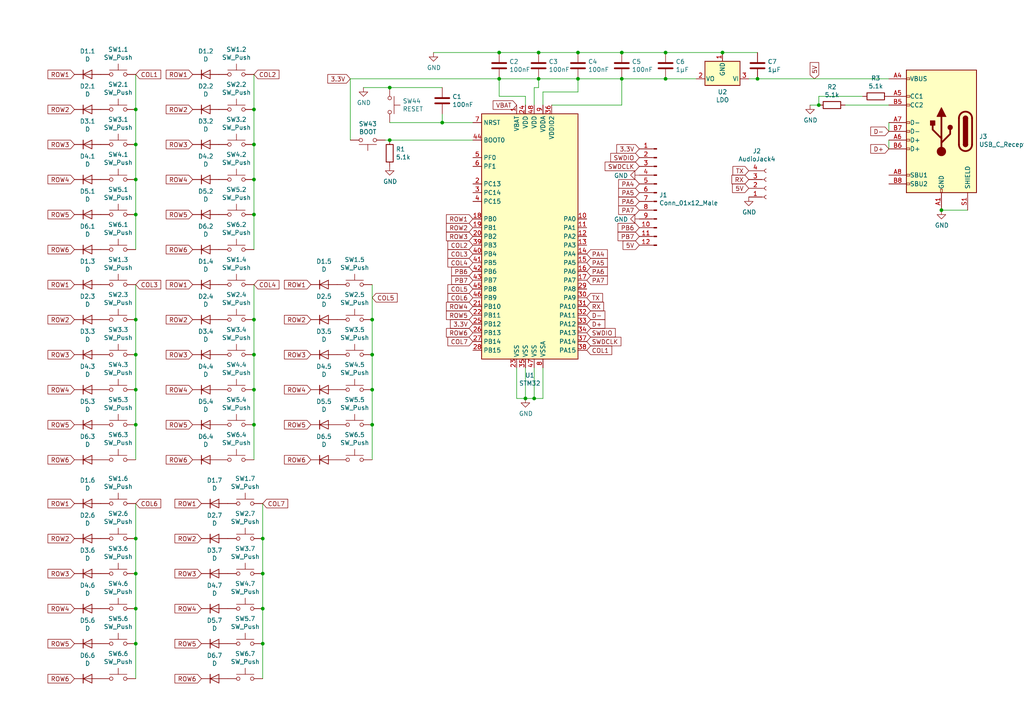
<source format=kicad_sch>
(kicad_sch (version 20211123) (generator eeschema)
  (paper "A4")
  (lib_symbols
    (symbol "left-rescue:1N4148WS-Diode" (pin_numbers hide) (pin_names (offset 1.016) hide)
      (property "Reference" "D" (at 0 2.54 0))
      (property "Value" "1N4148WS-Diode" (at 0 -2.54 0))
      (symbol "1N4148WS-Diode_1_1"
        (pin passive line (at -3.81 0 0) (length 2.54) (name "K") (number "1"))
        (pin passive line (at 3.81 0 180) (length 2.54) (name "A") (number "2"))
      )
    )
    (symbol "left-rescue:SW_Push-Switch" (pin_numbers hide) (pin_names (offset 1.016) hide)
      (property "Reference" "SW" (at 1.27 2.54 0))
      (property "Value" "SW_Push-Switch" (at 0 -1.524 0))
      (symbol "SW_Push-Switch_0_1"
        (pin passive line (at -5.08 0 0) (length 2.54) (name "1") (number "1"))
        (pin passive line (at 5.08 0 180) (length 2.54) (name "2") (number "2"))
      )
    )
    (symbol "right-rescue:C-Device" (pin_numbers hide) (pin_names (offset 0.254))
      (property "Reference" "C" (at 0.635 2.54 0))
      (property "Value" "C-Device" (at 0.635 -2.54 0))
      (symbol "C-Device_1_1"
        (pin passive line (at 0 3.81 270) (length 2.794) (name "~") (number "1"))
        (pin passive line (at 0 -3.81 90) (length 2.794) (name "~") (number "2"))
      )
    )
    (symbol "right-rescue:Conn_01x04_Female-Connector" (pin_names (offset 1.016) hide)
      (property "Reference" "J" (at 0 5.08 0))
      (property "Value" "Conn_01x04_Female-Connector" (at 0 -7.62 0))
      (symbol "Conn_01x04_Female-Connector_1_1"
        (pin passive line (at -5.08 2.54 0) (length 3.81) (name "Pin_1") (number "1"))
        (pin passive line (at -5.08 0 0) (length 3.81) (name "Pin_2") (number "2"))
        (pin passive line (at -5.08 -2.54 0) (length 3.81) (name "Pin_3") (number "3"))
        (pin passive line (at -5.08 -5.08 0) (length 3.81) (name "Pin_4") (number "4"))
      )
    )
    (symbol "right-rescue:Conn_01x12_Male-Connector" (pin_names (offset 1.016) hide)
      (property "Reference" "J" (at 0 15.24 0))
      (property "Value" "Conn_01x12_Male-Connector" (at 0 -17.78 0))
      (symbol "Conn_01x12_Male-Connector_1_1"
        (pin passive line (at 5.08 12.7 180) (length 3.81) (name "Pin_1") (number "1"))
        (pin passive line (at 5.08 -10.16 180) (length 3.81) (name "Pin_10") (number "10"))
        (pin passive line (at 5.08 -12.7 180) (length 3.81) (name "Pin_11") (number "11"))
        (pin passive line (at 5.08 -15.24 180) (length 3.81) (name "Pin_12") (number "12"))
        (pin passive line (at 5.08 10.16 180) (length 3.81) (name "Pin_2") (number "2"))
        (pin passive line (at 5.08 7.62 180) (length 3.81) (name "Pin_3") (number "3"))
        (pin passive line (at 5.08 5.08 180) (length 3.81) (name "Pin_4") (number "4"))
        (pin passive line (at 5.08 2.54 180) (length 3.81) (name "Pin_5") (number "5"))
        (pin passive line (at 5.08 0 180) (length 3.81) (name "Pin_6") (number "6"))
        (pin passive line (at 5.08 -2.54 180) (length 3.81) (name "Pin_7") (number "7"))
        (pin passive line (at 5.08 -5.08 180) (length 3.81) (name "Pin_8") (number "8"))
        (pin passive line (at 5.08 -7.62 180) (length 3.81) (name "Pin_9") (number "9"))
      )
    )
    (symbol "right-rescue:GND-power" (power) (pin_names (offset 0))
      (property "Value" "GND-power" (at 0 -3.81 0))
      (symbol "GND-power_1_1"
        (pin power_in line (at 0 0 270) (length 0) hide (name "GND") (number "1"))
      )
    )
    (symbol "right-rescue:MCP1703A-3302_SOT23-Regulator_Linear" (pin_names (offset 0.254))
      (property "Reference" "U" (at -3.81 3.175 0))
      (property "Value" "MCP1703A-3302_SOT23-Regulator_Linear" (at 0 3.175 0))
      (symbol "MCP1703A-3302_SOT23-Regulator_Linear_1_1"
        (pin power_in line (at 0 -7.62 90) (length 2.54) (name "GND") (number "1"))
        (pin power_out line (at 7.62 0 180) (length 2.54) (name "VO") (number "2"))
        (pin power_in line (at -7.62 0 0) (length 2.54) (name "VI") (number "3"))
      )
    )
    (symbol "right-rescue:R-Device" (pin_numbers hide) (pin_names (offset 0))
      (property "Reference" "R" (at 2.032 0 90))
      (property "Value" "R-Device" (at 0 0 90))
      (symbol "R-Device_1_1"
        (pin passive line (at 0 3.81 270) (length 1.27) (name "~") (number "1"))
        (pin passive line (at 0 -3.81 90) (length 1.27) (name "~") (number "2"))
      )
    )
    (symbol "right-rescue:STM32F072CBTx-MCU_ST_STM32F0"
      (property "Reference" "U" (at -15.24 36.83 0))
      (property "Value" "STM32F072CBTx-MCU_ST_STM32F0" (at 7.62 36.83 0))
      (symbol "STM32F072CBTx-MCU_ST_STM32F0_1_1"
        (pin power_in line (at -5.08 38.1 270) (length 2.54) (name "VBAT") (number "1"))
        (pin bidirectional line (at 15.24 5.08 180) (length 2.54) (name "PA0") (number "10"))
        (pin bidirectional line (at 15.24 2.54 180) (length 2.54) (name "PA1") (number "11"))
        (pin bidirectional line (at 15.24 0 180) (length 2.54) (name "PA2") (number "12"))
        (pin bidirectional line (at 15.24 -2.54 180) (length 2.54) (name "PA3") (number "13"))
        (pin bidirectional line (at 15.24 -5.08 180) (length 2.54) (name "PA4") (number "14"))
        (pin bidirectional line (at 15.24 -7.62 180) (length 2.54) (name "PA5") (number "15"))
        (pin bidirectional line (at 15.24 -10.16 180) (length 2.54) (name "PA6") (number "16"))
        (pin bidirectional line (at 15.24 -12.7 180) (length 2.54) (name "PA7") (number "17"))
        (pin bidirectional line (at -17.78 5.08 0) (length 2.54) (name "PB0") (number "18"))
        (pin bidirectional line (at -17.78 2.54 0) (length 2.54) (name "PB1") (number "19"))
        (pin bidirectional line (at -17.78 15.24 0) (length 2.54) (name "PC13") (number "2"))
        (pin bidirectional line (at -17.78 0 0) (length 2.54) (name "PB2") (number "20"))
        (pin bidirectional line (at -17.78 -20.32 0) (length 2.54) (name "PB10") (number "21"))
        (pin bidirectional line (at -17.78 -22.86 0) (length 2.54) (name "PB11") (number "22"))
        (pin power_in line (at -5.08 -38.1 90) (length 2.54) (name "VSS") (number "23"))
        (pin power_in line (at -2.54 38.1 270) (length 2.54) (name "VDD") (number "24"))
        (pin bidirectional line (at -17.78 -25.4 0) (length 2.54) (name "PB12") (number "25"))
        (pin bidirectional line (at -17.78 -27.94 0) (length 2.54) (name "PB13") (number "26"))
        (pin bidirectional line (at -17.78 -30.48 0) (length 2.54) (name "PB14") (number "27"))
        (pin bidirectional line (at -17.78 -33.02 0) (length 2.54) (name "PB15") (number "28"))
        (pin bidirectional line (at 15.24 -15.24 180) (length 2.54) (name "PA8") (number "29"))
        (pin bidirectional line (at -17.78 12.7 0) (length 2.54) (name "PC14") (number "3"))
        (pin bidirectional line (at 15.24 -17.78 180) (length 2.54) (name "PA9") (number "30"))
        (pin bidirectional line (at 15.24 -20.32 180) (length 2.54) (name "PA10") (number "31"))
        (pin bidirectional line (at 15.24 -22.86 180) (length 2.54) (name "PA11") (number "32"))
        (pin bidirectional line (at 15.24 -25.4 180) (length 2.54) (name "PA12") (number "33"))
        (pin bidirectional line (at 15.24 -27.94 180) (length 2.54) (name "PA13") (number "34"))
        (pin power_in line (at -2.54 -38.1 90) (length 2.54) (name "VSS") (number "35"))
        (pin power_in line (at 5.08 38.1 270) (length 2.54) (name "VDDIO2") (number "36"))
        (pin bidirectional line (at 15.24 -30.48 180) (length 2.54) (name "PA14") (number "37"))
        (pin bidirectional line (at 15.24 -33.02 180) (length 2.54) (name "PA15") (number "38"))
        (pin bidirectional line (at -17.78 -2.54 0) (length 2.54) (name "PB3") (number "39"))
        (pin bidirectional line (at -17.78 10.16 0) (length 2.54) (name "PC15") (number "4"))
        (pin bidirectional line (at -17.78 -5.08 0) (length 2.54) (name "PB4") (number "40"))
        (pin bidirectional line (at -17.78 -7.62 0) (length 2.54) (name "PB5") (number "41"))
        (pin bidirectional line (at -17.78 -10.16 0) (length 2.54) (name "PB6") (number "42"))
        (pin bidirectional line (at -17.78 -12.7 0) (length 2.54) (name "PB7") (number "43"))
        (pin input line (at -17.78 27.94 0) (length 2.54) (name "BOOT0") (number "44"))
        (pin bidirectional line (at -17.78 -15.24 0) (length 2.54) (name "PB8") (number "45"))
        (pin bidirectional line (at -17.78 -17.78 0) (length 2.54) (name "PB9") (number "46"))
        (pin power_in line (at 0 -38.1 90) (length 2.54) (name "VSS") (number "47"))
        (pin power_in line (at 0 38.1 270) (length 2.54) (name "VDD") (number "48"))
        (pin input line (at -17.78 22.86 0) (length 2.54) (name "PF0") (number "5"))
        (pin input line (at -17.78 20.32 0) (length 2.54) (name "PF1") (number "6"))
        (pin input line (at -17.78 33.02 0) (length 2.54) (name "NRST") (number "7"))
        (pin power_in line (at 2.54 -38.1 90) (length 2.54) (name "VSSA") (number "8"))
        (pin power_in line (at 2.54 38.1 270) (length 2.54) (name "VDDA") (number "9"))
      )
    )
    (symbol "right-rescue:SW_Push-Switch" (pin_numbers hide) (pin_names (offset 1.016) hide)
      (property "Reference" "SW" (at 1.27 2.54 0))
      (property "Value" "SW_Push-Switch" (at 0 -1.524 0))
      (symbol "SW_Push-Switch_0_1"
        (pin passive line (at -5.08 0 0) (length 2.54) (name "1") (number "1"))
        (pin passive line (at 5.08 0 180) (length 2.54) (name "2") (number "2"))
      )
    )
    (symbol "right-rescue:USB_C_Receptacle_USB2.0-Connector" (pin_names (offset 1.016))
      (property "Reference" "J" (at -10.16 19.05 0))
      (property "Value" "USB_C_Receptacle_USB2.0-Connector" (at 19.05 19.05 0))
      (symbol "USB_C_Receptacle_USB2.0-Connector_1_1"
        (pin power_in line (at 0 -22.86 90) (length 5.08) (name "GND") (number "A1"))
        (pin passive line (at 0 -22.86 90) (length 5.08) hide (name "GND") (number "A12"))
        (pin power_in line (at 15.24 15.24 180) (length 5.08) (name "VBUS") (number "A4"))
        (pin bidirectional line (at 15.24 10.16 180) (length 5.08) (name "CC1") (number "A5"))
        (pin bidirectional line (at 15.24 -2.54 180) (length 5.08) (name "D+") (number "A6"))
        (pin bidirectional line (at 15.24 2.54 180) (length 5.08) (name "D-") (number "A7"))
        (pin bidirectional line (at 15.24 -12.7 180) (length 5.08) (name "SBU1") (number "A8"))
        (pin passive line (at 15.24 15.24 180) (length 5.08) hide (name "VBUS") (number "A9"))
        (pin passive line (at 0 -22.86 90) (length 5.08) hide (name "GND") (number "B1"))
        (pin passive line (at 0 -22.86 90) (length 5.08) hide (name "GND") (number "B12"))
        (pin passive line (at 15.24 15.24 180) (length 5.08) hide (name "VBUS") (number "B4"))
        (pin bidirectional line (at 15.24 7.62 180) (length 5.08) (name "CC2") (number "B5"))
        (pin bidirectional line (at 15.24 -5.08 180) (length 5.08) (name "D+") (number "B6"))
        (pin bidirectional line (at 15.24 0 180) (length 5.08) (name "D-") (number "B7"))
        (pin bidirectional line (at 15.24 -15.24 180) (length 5.08) (name "SBU2") (number "B8"))
        (pin passive line (at 15.24 15.24 180) (length 5.08) hide (name "VBUS") (number "B9"))
        (pin passive line (at -7.62 -22.86 90) (length 5.08) (name "SHIELD") (number "S1"))
      )
    )
  )
  (junction (at 237.49 30.48) (diameter 0.9144))
  (junction (at 219.71 22.86) (diameter 0.9144))
  (junction (at 76.2 176.53) (diameter 0.9144))
  (junction (at 39.37 52.07) (diameter 0.9144))
  (junction (at 73.66 31.75) (diameter 0.9144))
  (junction (at 73.66 41.91) (diameter 0.9144))
  (junction (at 39.37 31.75) (diameter 0.9144))
  (junction (at 144.78 22.86) (diameter 0.9144))
  (junction (at 167.64 22.86) (diameter 0.9144))
  (junction (at 180.34 15.24) (diameter 0.9144))
  (junction (at 144.78 15.24) (diameter 0.9144))
  (junction (at 73.66 113.03) (diameter 0.9144))
  (junction (at 180.34 22.86) (diameter 0.9144))
  (junction (at 107.95 123.19) (diameter 0.9144))
  (junction (at 73.66 62.23) (diameter 0.9144))
  (junction (at 193.04 15.24) (diameter 0.9144))
  (junction (at 76.2 156.21) (diameter 0.9144))
  (junction (at 113.03 25.4) (diameter 0.9144))
  (junction (at 156.21 15.24) (diameter 0.9144))
  (junction (at 76.2 186.69) (diameter 0.9144))
  (junction (at 156.21 22.86) (diameter 0.9144))
  (junction (at 167.64 15.24) (diameter 0.9144))
  (junction (at 128.27 35.56) (diameter 0.9144))
  (junction (at 39.37 113.03) (diameter 0.9144))
  (junction (at 39.37 62.23) (diameter 0.9144))
  (junction (at 273.05 60.96) (diameter 0.9144))
  (junction (at 73.66 52.07) (diameter 0.9144))
  (junction (at 154.94 115.57) (diameter 0.9144))
  (junction (at 73.66 92.71) (diameter 0.9144))
  (junction (at 39.37 92.71) (diameter 0.9144))
  (junction (at 107.95 102.87) (diameter 0.9144))
  (junction (at 39.37 41.91) (diameter 0.9144))
  (junction (at 193.04 22.86) (diameter 0.9144))
  (junction (at 152.4 115.57) (diameter 0.9144))
  (junction (at 73.66 102.87) (diameter 0.9144))
  (junction (at 73.66 123.19) (diameter 0.9144))
  (junction (at 39.37 176.53) (diameter 0.9144))
  (junction (at 113.03 40.64) (diameter 0.9144))
  (junction (at 39.37 186.69) (diameter 0.9144))
  (junction (at 39.37 102.87) (diameter 0.9144))
  (junction (at 107.95 113.03) (diameter 0.9144))
  (junction (at 209.55 15.24) (diameter 0.9144))
  (junction (at 39.37 123.19) (diameter 0.9144))
  (junction (at 39.37 166.37) (diameter 0.9144))
  (junction (at 107.95 92.71) (diameter 0.9144))
  (junction (at 76.2 166.37) (diameter 0.9144))
  (junction (at 39.37 156.21) (diameter 0.9144))
  (wire (pts (xy 156.21 25.4) (xy 156.21 22.86)))
  (wire (pts (xy 219.71 15.24) (xy 209.55 15.24)))
  (wire (pts (xy 137.16 35.56) (xy 128.27 35.56)))
  (wire (pts (xy 157.48 106.68) (xy 157.48 115.57)))
  (wire (pts (xy 39.37 82.55) (xy 39.37 92.71)))
  (wire (pts (xy 73.66 113.03) (xy 73.66 123.19)))
  (wire (pts (xy 39.37 156.21) (xy 39.37 166.37)))
  (wire (pts (xy 152.4 30.48) (xy 152.4 27.94)))
  (wire (pts (xy 257.81 22.86) (xy 219.71 22.86)))
  (wire (pts (xy 125.73 15.24) (xy 144.78 15.24)))
  (wire (pts (xy 39.37 41.91) (xy 39.37 52.07)))
  (wire (pts (xy 154.94 30.48) (xy 154.94 25.4)))
  (wire (pts (xy 73.66 102.87) (xy 73.66 113.03)))
  (wire (pts (xy 144.78 27.94) (xy 144.78 22.86)))
  (wire (pts (xy 76.2 176.53) (xy 76.2 186.69)))
  (wire (pts (xy 73.66 31.75) (xy 73.66 41.91)))
  (wire (pts (xy 193.04 22.86) (xy 201.93 22.86)))
  (wire (pts (xy 245.11 30.48) (xy 257.81 30.48)))
  (wire (pts (xy 73.66 41.91) (xy 73.66 52.07)))
  (wire (pts (xy 39.37 52.07) (xy 39.37 62.23)))
  (wire (pts (xy 234.95 30.48) (xy 237.49 30.48)))
  (wire (pts (xy 154.94 25.4) (xy 156.21 25.4)))
  (wire (pts (xy 219.71 22.86) (xy 217.17 22.86)))
  (wire (pts (xy 167.64 26.67) (xy 157.48 26.67)))
  (wire (pts (xy 180.34 15.24) (xy 193.04 15.24)))
  (wire (pts (xy 107.95 102.87) (xy 107.95 113.03)))
  (wire (pts (xy 107.95 82.55) (xy 107.95 92.71)))
  (wire (pts (xy 128.27 35.56) (xy 128.27 33.02)))
  (wire (pts (xy 73.66 21.59) (xy 73.66 31.75)))
  (wire (pts (xy 113.03 35.56) (xy 128.27 35.56)))
  (wire (pts (xy 237.49 27.94) (xy 237.49 30.48)))
  (wire (pts (xy 144.78 22.86) (xy 156.21 22.86)))
  (wire (pts (xy 180.34 22.86) (xy 193.04 22.86)))
  (wire (pts (xy 257.81 40.64) (xy 257.81 43.18)))
  (wire (pts (xy 160.02 30.48) (xy 180.34 30.48)))
  (wire (pts (xy 180.34 30.48) (xy 180.34 22.86)))
  (wire (pts (xy 76.2 186.69) (xy 76.2 196.85)))
  (wire (pts (xy 257.81 35.56) (xy 257.81 38.1)))
  (wire (pts (xy 39.37 31.75) (xy 39.37 41.91)))
  (wire (pts (xy 107.95 123.19) (xy 107.95 133.35)))
  (wire (pts (xy 113.03 40.64) (xy 137.16 40.64)))
  (wire (pts (xy 250.19 27.94) (xy 237.49 27.94)))
  (wire (pts (xy 107.95 92.71) (xy 107.95 102.87)))
  (wire (pts (xy 76.2 156.21) (xy 76.2 166.37)))
  (wire (pts (xy 101.6 40.64) (xy 101.6 22.86)))
  (wire (pts (xy 157.48 26.67) (xy 157.48 30.48)))
  (wire (pts (xy 73.66 52.07) (xy 73.66 62.23)))
  (wire (pts (xy 76.2 166.37) (xy 76.2 176.53)))
  (wire (pts (xy 152.4 27.94) (xy 144.78 27.94)))
  (wire (pts (xy 39.37 166.37) (xy 39.37 176.53)))
  (wire (pts (xy 73.66 123.19) (xy 73.66 133.35)))
  (wire (pts (xy 39.37 62.23) (xy 39.37 72.39)))
  (wire (pts (xy 101.6 22.86) (xy 144.78 22.86)))
  (wire (pts (xy 280.67 60.96) (xy 273.05 60.96)))
  (wire (pts (xy 156.21 22.86) (xy 167.64 22.86)))
  (wire (pts (xy 113.03 25.4) (xy 128.27 25.4)))
  (wire (pts (xy 149.86 106.68) (xy 149.86 115.57)))
  (wire (pts (xy 157.48 115.57) (xy 154.94 115.57)))
  (wire (pts (xy 73.66 82.55) (xy 73.66 92.71)))
  (wire (pts (xy 39.37 102.87) (xy 39.37 113.03)))
  (wire (pts (xy 167.64 22.86) (xy 167.64 26.67)))
  (wire (pts (xy 39.37 113.03) (xy 39.37 123.19)))
  (wire (pts (xy 107.95 113.03) (xy 107.95 123.19)))
  (wire (pts (xy 167.64 22.86) (xy 180.34 22.86)))
  (wire (pts (xy 39.37 186.69) (xy 39.37 196.85)))
  (wire (pts (xy 113.03 25.4) (xy 105.41 25.4)))
  (wire (pts (xy 39.37 176.53) (xy 39.37 186.69)))
  (wire (pts (xy 111.76 40.64) (xy 113.03 40.64)))
  (wire (pts (xy 39.37 146.05) (xy 39.37 156.21)))
  (wire (pts (xy 149.86 115.57) (xy 152.4 115.57)))
  (wire (pts (xy 144.78 15.24) (xy 156.21 15.24)))
  (wire (pts (xy 39.37 21.59) (xy 39.37 31.75)))
  (wire (pts (xy 154.94 115.57) (xy 152.4 115.57)))
  (wire (pts (xy 73.66 62.23) (xy 73.66 72.39)))
  (wire (pts (xy 152.4 106.68) (xy 152.4 115.57)))
  (wire (pts (xy 39.37 123.19) (xy 39.37 133.35)))
  (wire (pts (xy 193.04 15.24) (xy 209.55 15.24)))
  (wire (pts (xy 73.66 92.71) (xy 73.66 102.87)))
  (wire (pts (xy 154.94 106.68) (xy 154.94 115.57)))
  (wire (pts (xy 76.2 146.05) (xy 76.2 156.21)))
  (wire (pts (xy 39.37 92.71) (xy 39.37 102.87)))
  (wire (pts (xy 156.21 15.24) (xy 167.64 15.24)))
  (wire (pts (xy 167.64 15.24) (xy 180.34 15.24)))
  (global_label "COL2" (shape input) (at 73.66 21.59 0) (property "Intersheet References" "${INTERSHEET_REFS}" (effects hide)))
  (global_label "5V" (shape input) (at 236.22 22.86 90) (property "Intersheet References" "${INTERSHEET_REFS}" (effects hide)))
  (global_label "ROW2" (shape input) (at 90.17 92.71 180) (property "Intersheet References" "${INTERSHEET_REFS}" (effects hide)))
  (global_label "ROW2" (shape input) (at 55.88 92.71 180) (property "Intersheet References" "${INTERSHEET_REFS}" (effects hide)))
  (global_label "ROW4" (shape input) (at 55.88 52.07 180) (property "Intersheet References" "${INTERSHEET_REFS}" (effects hide)))
  (global_label "COL4" (shape input) (at 137.16 76.2 180) (property "Intersheet References" "${INTERSHEET_REFS}" (effects hide)))
  (global_label "PA6" (shape input) (at 185.42 58.42 180) (property "Intersheet References" "${INTERSHEET_REFS}" (effects hide)))
  (global_label "COL2" (shape input) (at 137.16 71.12 180) (property "Intersheet References" "${INTERSHEET_REFS}" (effects hide)))
  (global_label "PB6" (shape input) (at 185.42 66.04 180) (property "Intersheet References" "${INTERSHEET_REFS}" (effects hide)))
  (global_label "ROW4" (shape input) (at 137.16 88.9 180) (property "Intersheet References" "${INTERSHEET_REFS}" (effects hide)))
  (global_label "ROW6" (shape input) (at 21.59 196.85 180) (property "Intersheet References" "${INTERSHEET_REFS}" (effects hide)))
  (global_label "PB7" (shape input) (at 137.16 81.28 180) (property "Intersheet References" "${INTERSHEET_REFS}" (effects hide)))
  (global_label "SWDCLK" (shape input) (at 185.42 48.26 180) (property "Intersheet References" "${INTERSHEET_REFS}" (effects hide)))
  (global_label "COL3" (shape input) (at 39.37 82.55 0) (property "Intersheet References" "${INTERSHEET_REFS}" (effects hide)))
  (global_label "ROW3" (shape input) (at 90.17 102.87 180) (property "Intersheet References" "${INTERSHEET_REFS}" (effects hide)))
  (global_label "ROW1" (shape input) (at 90.17 82.55 180) (property "Intersheet References" "${INTERSHEET_REFS}" (effects hide)))
  (global_label "ROW3" (shape input) (at 58.42 166.37 180) (property "Intersheet References" "${INTERSHEET_REFS}" (effects hide)))
  (global_label "ROW2" (shape input) (at 21.59 92.71 180) (property "Intersheet References" "${INTERSHEET_REFS}" (effects hide)))
  (global_label "ROW3" (shape input) (at 55.88 41.91 180) (property "Intersheet References" "${INTERSHEET_REFS}" (effects hide)))
  (global_label "ROW6" (shape input) (at 21.59 72.39 180) (property "Intersheet References" "${INTERSHEET_REFS}" (effects hide)))
  (global_label "ROW5" (shape input) (at 55.88 62.23 180) (property "Intersheet References" "${INTERSHEET_REFS}" (effects hide)))
  (global_label "COL6" (shape input) (at 137.16 86.36 180) (property "Intersheet References" "${INTERSHEET_REFS}" (effects hide)))
  (global_label "3.3V" (shape input) (at 185.42 43.18 180) (property "Intersheet References" "${INTERSHEET_REFS}" (effects hide)))
  (global_label "COL7" (shape input) (at 76.2 146.05 0) (property "Intersheet References" "${INTERSHEET_REFS}" (effects hide)))
  (global_label "ROW1" (shape input) (at 58.42 146.05 180) (property "Intersheet References" "${INTERSHEET_REFS}" (effects hide)))
  (global_label "ROW5" (shape input) (at 137.16 91.44 180) (property "Intersheet References" "${INTERSHEET_REFS}" (effects hide)))
  (global_label "ROW2" (shape input) (at 21.59 156.21 180) (property "Intersheet References" "${INTERSHEET_REFS}" (effects hide)))
  (global_label "ROW4" (shape input) (at 55.88 113.03 180) (property "Intersheet References" "${INTERSHEET_REFS}" (effects hide)))
  (global_label "ROW1" (shape input) (at 21.59 82.55 180) (property "Intersheet References" "${INTERSHEET_REFS}" (effects hide)))
  (global_label "5V" (shape input) (at 185.42 71.12 180) (property "Intersheet References" "${INTERSHEET_REFS}" (effects hide)))
  (global_label "5V" (shape input) (at 217.17 54.61 180) (property "Intersheet References" "${INTERSHEET_REFS}" (effects hide)))
  (global_label "ROW1" (shape input) (at 21.59 146.05 180) (property "Intersheet References" "${INTERSHEET_REFS}" (effects hide)))
  (global_label "TX" (shape input) (at 170.18 86.36 0) (property "Intersheet References" "${INTERSHEET_REFS}" (effects hide)))
  (global_label "PA4" (shape input) (at 170.18 73.66 0) (property "Intersheet References" "${INTERSHEET_REFS}" (effects hide)))
  (global_label "RX" (shape input) (at 170.18 88.9 0) (property "Intersheet References" "${INTERSHEET_REFS}" (effects hide)))
  (global_label "D+" (shape input) (at 257.81 43.18 180) (property "Intersheet References" "${INTERSHEET_REFS}" (effects hide)))
  (global_label "ROW4" (shape input) (at 21.59 176.53 180) (property "Intersheet References" "${INTERSHEET_REFS}" (effects hide)))
  (global_label "COL1" (shape input) (at 39.37 21.59 0) (property "Intersheet References" "${INTERSHEET_REFS}" (effects hide)))
  (global_label "ROW1" (shape input) (at 55.88 82.55 180) (property "Intersheet References" "${INTERSHEET_REFS}" (effects hide)))
  (global_label "ROW3" (shape input) (at 21.59 166.37 180) (property "Intersheet References" "${INTERSHEET_REFS}" (effects hide)))
  (global_label "3.3V" (shape input) (at 101.6 22.86 180) (property "Intersheet References" "${INTERSHEET_REFS}" (effects hide)))
  (global_label "ROW5" (shape input) (at 21.59 186.69 180) (property "Intersheet References" "${INTERSHEET_REFS}" (effects hide)))
  (global_label "PA5" (shape input) (at 185.42 55.88 180) (property "Intersheet References" "${INTERSHEET_REFS}" (effects hide)))
  (global_label "D-" (shape input) (at 257.81 38.1 180) (property "Intersheet References" "${INTERSHEET_REFS}" (effects hide)))
  (global_label "D-" (shape input) (at 170.18 91.44 0) (property "Intersheet References" "${INTERSHEET_REFS}" (effects hide)))
  (global_label "ROW5" (shape input) (at 21.59 123.19 180) (property "Intersheet References" "${INTERSHEET_REFS}" (effects hide)))
  (global_label "ROW3" (shape input) (at 55.88 102.87 180) (property "Intersheet References" "${INTERSHEET_REFS}" (effects hide)))
  (global_label "PA7" (shape input) (at 185.42 60.96 180) (property "Intersheet References" "${INTERSHEET_REFS}" (effects hide)))
  (global_label "VBAT" (shape input) (at 149.86 30.48 180) (property "Intersheet References" "${INTERSHEET_REFS}" (effects hide)))
  (global_label "PB7" (shape input) (at 185.42 68.58 180) (property "Intersheet References" "${INTERSHEET_REFS}" (effects hide)))
  (global_label "PB6" (shape input) (at 137.16 78.74 180) (property "Intersheet References" "${INTERSHEET_REFS}" (effects hide)))
  (global_label "ROW2" (shape input) (at 55.88 31.75 180) (property "Intersheet References" "${INTERSHEET_REFS}" (effects hide)))
  (global_label "COL5" (shape input) (at 107.95 86.36 0) (property "Intersheet References" "${INTERSHEET_REFS}" (effects hide)))
  (global_label "ROW6" (shape input) (at 55.88 72.39 180) (property "Intersheet References" "${INTERSHEET_REFS}" (effects hide)))
  (global_label "ROW3" (shape input) (at 137.16 68.58 180) (property "Intersheet References" "${INTERSHEET_REFS}" (effects hide)))
  (global_label "ROW6" (shape input) (at 137.16 96.52 180) (property "Intersheet References" "${INTERSHEET_REFS}" (effects hide)))
  (global_label "ROW2" (shape input) (at 58.42 156.21 180) (property "Intersheet References" "${INTERSHEET_REFS}" (effects hide)))
  (global_label "ROW3" (shape input) (at 21.59 41.91 180) (property "Intersheet References" "${INTERSHEET_REFS}" (effects hide)))
  (global_label "ROW2" (shape input) (at 137.16 66.04 180) (property "Intersheet References" "${INTERSHEET_REFS}" (effects hide)))
  (global_label "D+" (shape input) (at 170.18 93.98 0) (property "Intersheet References" "${INTERSHEET_REFS}" (effects hide)))
  (global_label "PA4" (shape input) (at 185.42 53.34 180) (property "Intersheet References" "${INTERSHEET_REFS}" (effects hide)))
  (global_label "PA7" (shape input) (at 170.18 81.28 0) (property "Intersheet References" "${INTERSHEET_REFS}" (effects hide)))
  (global_label "ROW6" (shape input) (at 21.59 133.35 180) (property "Intersheet References" "${INTERSHEET_REFS}" (effects hide)))
  (global_label "ROW4" (shape input) (at 21.59 52.07 180) (property "Intersheet References" "${INTERSHEET_REFS}" (effects hide)))
  (global_label "RX" (shape input) (at 217.17 52.07 180) (property "Intersheet References" "${INTERSHEET_REFS}" (effects hide)))
  (global_label "ROW4" (shape input) (at 90.17 113.03 180) (property "Intersheet References" "${INTERSHEET_REFS}" (effects hide)))
  (global_label "COL5" (shape input) (at 137.16 83.82 180) (property "Intersheet References" "${INTERSHEET_REFS}" (effects hide)))
  (global_label "ROW4" (shape input) (at 21.59 113.03 180) (property "Intersheet References" "${INTERSHEET_REFS}" (effects hide)))
  (global_label "ROW5" (shape input) (at 58.42 186.69 180) (property "Intersheet References" "${INTERSHEET_REFS}" (effects hide)))
  (global_label "3.3V" (shape input) (at 137.16 93.98 180) (property "Intersheet References" "${INTERSHEET_REFS}" (effects hide)))
  (global_label "ROW4" (shape input) (at 58.42 176.53 180) (property "Intersheet References" "${INTERSHEET_REFS}" (effects hide)))
  (global_label "ROW6" (shape input) (at 58.42 196.85 180) (property "Intersheet References" "${INTERSHEET_REFS}" (effects hide)))
  (global_label "PA5" (shape input) (at 170.18 76.2 0) (property "Intersheet References" "${INTERSHEET_REFS}" (effects hide)))
  (global_label "ROW6" (shape input) (at 90.17 133.35 180) (property "Intersheet References" "${INTERSHEET_REFS}" (effects hide)))
  (global_label "ROW5" (shape input) (at 21.59 62.23 180) (property "Intersheet References" "${INTERSHEET_REFS}" (effects hide)))
  (global_label "ROW5" (shape input) (at 90.17 123.19 180) (property "Intersheet References" "${INTERSHEET_REFS}" (effects hide)))
  (global_label "ROW6" (shape input) (at 55.88 133.35 180) (property "Intersheet References" "${INTERSHEET_REFS}" (effects hide)))
  (global_label "COL7" (shape input) (at 137.16 99.06 180) (property "Intersheet References" "${INTERSHEET_REFS}" (effects hide)))
  (global_label "COL3" (shape input) (at 137.16 73.66 180) (property "Intersheet References" "${INTERSHEET_REFS}" (effects hide)))
  (global_label "TX" (shape input) (at 217.17 49.53 180) (property "Intersheet References" "${INTERSHEET_REFS}" (effects hide)))
  (global_label "ROW1" (shape input) (at 55.88 21.59 180) (property "Intersheet References" "${INTERSHEET_REFS}" (effects hide)))
  (global_label "SWDCLK" (shape input) (at 170.18 99.06 0) (property "Intersheet References" "${INTERSHEET_REFS}" (effects hide)))
  (global_label "ROW3" (shape input) (at 21.59 102.87 180) (property "Intersheet References" "${INTERSHEET_REFS}" (effects hide)))
  (global_label "ROW1" (shape input) (at 21.59 21.59 180) (property "Intersheet References" "${INTERSHEET_REFS}" (effects hide)))
  (global_label "SWDIO" (shape input) (at 185.42 45.72 180) (property "Intersheet References" "${INTERSHEET_REFS}" (effects hide)))
  (global_label "COL4" (shape input) (at 73.66 82.55 0) (property "Intersheet References" "${INTERSHEET_REFS}" (effects hide)))
  (global_label "PA6" (shape input) (at 170.18 78.74 0) (property "Intersheet References" "${INTERSHEET_REFS}" (effects hide)))
  (global_label "ROW5" (shape input) (at 55.88 123.19 180) (property "Intersheet References" "${INTERSHEET_REFS}" (effects hide)))
  (global_label "ROW2" (shape input) (at 21.59 31.75 180) (property "Intersheet References" "${INTERSHEET_REFS}" (effects hide)))
  (global_label "COL6" (shape input) (at 39.37 146.05 0) (property "Intersheet References" "${INTERSHEET_REFS}" (effects hide)))
  (global_label "SWDIO" (shape input) (at 170.18 96.52 0) (property "Intersheet References" "${INTERSHEET_REFS}" (effects hide)))
  (global_label "ROW1" (shape input) (at 137.16 63.5 180) (property "Intersheet References" "${INTERSHEET_REFS}" (effects hide)))
  (global_label "COL1" (shape input) (at 170.18 101.6 0) (property "Intersheet References" "${INTERSHEET_REFS}" (effects hide)))
  (symbol (lib_id "right-rescue:STM32F072CBTx-MCU_ST_STM32F0") (at 154.94 68.58 0) (unit 1)
    (property "Reference" "U1" (at 153.67 108.8644 0))
    (property "Value" "STM32" (at 153.67 111.1758 0))
    (property "Footprint" "Package_QFP:LQFP-48_7x7mm_P0.5mm" (effects hide))
    (property "Datasheet" "http://www.st.com/st-web-ui/static/active/en/resource/technical/document/datasheet/DM00090510.pdf" (effects hide))
  )
  (symbol (lib_id "right-rescue:C-Device") (at 144.78 19.05 0) (unit 1)
    (property "Reference" "C2" (at 147.701 17.8816 0) (effects (justify left)))
    (property "Value" "100nF" (at 147.701 20.193 0) (effects (justify left)))
    (property "Footprint" "Capacitor_SMD:C_0805_2012Metric_Pad1.18x1.45mm_HandSolder" (effects hide))
  )
  (symbol (lib_id "right-rescue:C-Device") (at 156.21 19.05 0) (unit 1)
    (property "Reference" "C3" (at 159.131 17.8816 0) (effects (justify left)))
    (property "Value" "100nF" (at 159.131 20.193 0) (effects (justify left)))
    (property "Footprint" "Capacitor_SMD:C_0805_2012Metric_Pad1.18x1.45mm_HandSolder" (effects hide))
  )
  (symbol (lib_id "right-rescue:C-Device") (at 167.64 19.05 0) (unit 1)
    (property "Reference" "C4" (at 170.561 17.8816 0) (effects (justify left)))
    (property "Value" "100nF" (at 170.561 20.193 0) (effects (justify left)))
    (property "Footprint" "Capacitor_SMD:C_0805_2012Metric_Pad1.18x1.45mm_HandSolder" (effects hide))
  )
  (symbol (lib_id "right-rescue:C-Device") (at 180.34 19.05 0) (unit 1)
    (property "Reference" "C5" (at 183.261 17.8816 0) (effects (justify left)))
    (property "Value" "100nF" (at 183.261 20.193 0) (effects (justify left)))
    (property "Footprint" "Capacitor_SMD:C_0805_2012Metric_Pad1.18x1.45mm_HandSolder" (effects hide))
  )
  (symbol (lib_id "right-rescue:C-Device") (at 219.71 19.05 0) (unit 1)
    (property "Reference" "C7" (at 222.631 17.8816 0) (effects (justify left)))
    (property "Value" "1µF" (at 222.631 20.193 0) (effects (justify left)))
    (property "Footprint" "Capacitor_SMD:C_0805_2012Metric_Pad1.18x1.45mm_HandSolder" (effects hide))
  )
  (symbol (lib_id "right-rescue:GND-power") (at 152.4 115.57 0) (unit 1)
    (property "Reference" "#PWR04" (effects hide))
    (property "Value" "GND" (at 152.527 119.9642 0))
  )
  (symbol (lib_id "right-rescue:GND-power") (at 125.73 15.24 0) (unit 1)
    (property "Reference" "#PWR03" (effects hide))
    (property "Value" "GND" (at 125.857 19.6342 0))
  )
  (symbol (lib_id "right-rescue:C-Device") (at 128.27 29.21 0) (unit 1)
    (property "Reference" "C1" (at 131.191 28.0416 0) (effects (justify left)))
    (property "Value" "100nF" (at 131.191 30.353 0) (effects (justify left)))
    (property "Footprint" "Capacitor_SMD:C_0805_2012Metric_Pad1.18x1.45mm_HandSolder" (effects hide))
  )
  (symbol (lib_id "right-rescue:SW_Push-Switch") (at 113.03 30.48 270) (unit 1)
    (property "Reference" "SW44" (at 116.7892 29.3116 90) (effects (justify left)))
    (property "Value" "RESET" (at 116.7892 31.623 90) (effects (justify left)))
    (property "Footprint" "Button_Switch_SMD:SW_SPST_CK_RS282G05A3" (effects hide))
  )
  (symbol (lib_id "right-rescue:GND-power") (at 105.41 25.4 0) (unit 1)
    (property "Reference" "#PWR01" (effects hide))
    (property "Value" "GND" (at 105.537 29.7942 0))
  )
  (symbol (lib_id "right-rescue:SW_Push-Switch") (at 106.68 40.64 180) (unit 1)
    (property "Reference" "SW43" (at 106.68 35.941 0))
    (property "Value" "BOOT" (at 106.68 38.2524 0))
    (property "Footprint" "Button_Switch_SMD:SW_SPST_CK_RS282G05A3" (effects hide))
  )
  (symbol (lib_id "right-rescue:R-Device") (at 113.03 44.45 0) (unit 1)
    (property "Reference" "R1" (at 114.808 43.2816 0) (effects (justify left)))
    (property "Value" "5.1k" (at 114.808 45.593 0) (effects (justify left)))
    (property "Footprint" "Resistor_SMD:R_0805_2012Metric_Pad1.20x1.40mm_HandSolder" (effects hide))
  )
  (symbol (lib_id "right-rescue:GND-power") (at 113.03 48.26 0) (unit 1)
    (property "Reference" "#PWR02" (effects hide))
    (property "Value" "GND" (at 113.157 52.6542 0))
  )
  (symbol (lib_id "right-rescue:MCP1703A-3302_SOT23-Regulator_Linear") (at 209.55 22.86 180) (unit 1)
    (property "Reference" "U2" (at 209.55 26.67 0))
    (property "Value" "LDO" (at 209.55 28.9814 0))
    (property "Footprint" "Package_TO_SOT_SMD:SOT-23" (effects hide))
    (property "Datasheet" "http://www.ti.com/lit/ds/symlink/lm3480.pdf" (effects hide))
  )
  (symbol (lib_id "right-rescue:GND-power") (at 273.05 60.96 0) (unit 1)
    (property "Reference" "#PWR09" (effects hide))
    (property "Value" "GND" (at 273.177 65.3542 0))
  )
  (symbol (lib_id "right-rescue:R-Device") (at 254 27.94 270) (unit 1)
    (property "Reference" "R3" (at 254 22.6822 90))
    (property "Value" "5.1k" (at 254 24.9936 90))
    (property "Footprint" "Resistor_SMD:R_0805_2012Metric_Pad1.20x1.40mm_HandSolder" (effects hide))
  )
  (symbol (lib_id "right-rescue:R-Device") (at 241.3 30.48 270) (mirror x) (unit 1)
    (property "Reference" "R2" (at 241.3 25.2222 90))
    (property "Value" "5.1k" (at 241.3 27.5336 90))
    (property "Footprint" "Resistor_SMD:R_0805_2012Metric_Pad1.20x1.40mm_HandSolder" (effects hide))
  )
  (symbol (lib_id "right-rescue:GND-power") (at 234.95 30.48 0) (unit 1)
    (property "Reference" "#PWR08" (effects hide))
    (property "Value" "GND" (at 235.077 34.8742 0))
  )
  (symbol (lib_id "right-rescue:C-Device") (at 193.04 19.05 0) (unit 1)
    (property "Reference" "C6" (at 195.961 17.8816 0) (effects (justify left)))
    (property "Value" "1µF" (at 195.961 20.193 0) (effects (justify left)))
    (property "Footprint" "Capacitor_SMD:C_0805_2012Metric_Pad1.18x1.45mm_HandSolder" (effects hide))
  )
  (symbol (lib_id "right-rescue:USB_C_Receptacle_USB2.0-Connector") (at 273.05 38.1 0) (mirror y) (unit 1)
    (property "Reference" "J3" (at 283.972 39.5986 0) (effects (justify right)))
    (property "Value" "USB_C_Receptacle_USB2.0" (at 283.972 41.91 0) (effects (justify right)))
    (property "Footprint" "Connector_USB:USB_C_Receptacle_HRO_TYPE-C-31-M-12" (effects hide))
    (property "Datasheet" "https://www.usb.org/sites/default/files/documents/usb_type-c.zip" (effects hide))
  )
  (symbol (lib_id "right-rescue:GND-power") (at 217.17 57.15 0) (unit 1)
    (property "Reference" "#PWR07" (effects hide))
    (property "Value" "GND" (at 217.297 61.5442 0))
  )
  (symbol (lib_id "right-rescue:Conn_01x04_Female-Connector") (at 222.25 54.61 0) (mirror x) (unit 1)
    (property "Reference" "J2" (at 219.5322 43.815 0))
    (property "Value" "AudioJack4" (at 219.5322 46.1264 0))
    (property "Footprint" "keebio:TRRS-PJ-320A-no-Fmask" (effects hide))
  )
  (symbol (lib_id "right-rescue:GND-power") (at 185.42 50.8 270) (unit 1)
    (property "Reference" "#PWR05" (effects hide))
    (property "Value" "GND" (at 182.1688 50.927 90) (effects (justify right)))
  )
  (symbol (lib_id "right-rescue:Conn_01x12_Male-Connector") (at 190.5 55.88 0) (mirror y) (unit 1)
    (property "Reference" "J1" (at 191.1858 56.5658 0) (effects (justify right)))
    (property "Value" "Conn_01x12_Male" (at 191.1858 58.8772 0) (effects (justify right)))
    (property "Footprint" "Connector_Harwin:Harwin_M20-89012xx_1x12_P2.54mm_Horizontal" (effects hide))
  )
  (symbol (lib_id "right-rescue:GND-power") (at 185.42 63.5 270) (unit 1)
    (property "Reference" "#PWR06" (effects hide))
    (property "Value" "GND" (at 182.1688 63.627 90) (effects (justify right)))
  )
  (symbol (lib_id "left-rescue:SW_Push-Switch") (at 68.58 123.19 0) (unit 1)
    (property "Reference" "SW5.4" (at 68.58 115.951 0))
    (property "Value" "SW_Push" (at 68.58 118.2624 0))
    (property "Footprint" "custom:CherryMX_Choc_1u" (effects hide))
  )
  (symbol (lib_id "left-rescue:SW_Push-Switch") (at 34.29 102.87 0) (unit 1)
    (property "Reference" "SW3.3" (at 34.29 95.631 0))
    (property "Value" "SW_Push" (at 34.29 97.9424 0))
    (property "Footprint" "custom:CherryMX_Choc_1u" (effects hide))
  )
  (symbol (lib_id "left-rescue:SW_Push-Switch") (at 68.58 62.23 0) (unit 1)
    (property "Reference" "SW5.2" (at 68.58 54.991 0))
    (property "Value" "SW_Push" (at 68.58 57.3024 0))
    (property "Footprint" "custom:CherryMX_Choc_1u" (effects hide))
  )
  (symbol (lib_id "left-rescue:1N4148WS-Diode") (at 93.98 113.03 0) (unit 1)
    (property "Reference" "D4.5" (at 93.98 106.299 0))
    (property "Value" "D" (at 93.98 108.6104 0))
    (property "Footprint" "Diode_SMD:D_SOD-323_HandSoldering" (effects hide))
  )
  (symbol (lib_id "left-rescue:SW_Push-Switch") (at 68.58 113.03 0) (unit 1)
    (property "Reference" "SW4.4" (at 68.58 105.791 0))
    (property "Value" "SW_Push" (at 68.58 108.1024 0))
    (property "Footprint" "custom:CherryMX_Choc_1u" (effects hide))
  )
  (symbol (lib_id "left-rescue:SW_Push-Switch") (at 68.58 52.07 0) (unit 1)
    (property "Reference" "SW4.2" (at 68.58 44.831 0))
    (property "Value" "SW_Push" (at 68.58 47.1424 0))
    (property "Footprint" "custom:CherryMX_Choc_1u" (effects hide))
  )
  (symbol (lib_id "left-rescue:1N4148WS-Diode") (at 62.23 176.53 0) (unit 1)
    (property "Reference" "D4.7" (at 62.23 169.799 0))
    (property "Value" "D" (at 62.23 172.1104 0))
    (property "Footprint" "Diode_SMD:D_SOD-323_HandSoldering" (effects hide))
  )
  (symbol (lib_id "left-rescue:SW_Push-Switch") (at 68.58 41.91 0) (unit 1)
    (property "Reference" "SW3.2" (at 68.58 34.671 0))
    (property "Value" "SW_Push" (at 68.58 36.9824 0))
    (property "Footprint" "custom:CherryMX_Choc_1u" (effects hide))
  )
  (symbol (lib_id "left-rescue:SW_Push-Switch") (at 71.12 156.21 0) (unit 1)
    (property "Reference" "SW2.7" (at 71.12 148.971 0))
    (property "Value" "SW_Push" (at 71.12 151.2824 0))
    (property "Footprint" "custom:CherryMX_Choc_1u" (effects hide))
  )
  (symbol (lib_id "left-rescue:1N4148WS-Diode") (at 59.69 21.59 0) (unit 1)
    (property "Reference" "D1.2" (at 59.69 14.859 0))
    (property "Value" "D" (at 59.69 17.1704 0))
    (property "Footprint" "Diode_SMD:D_SOD-323_HandSoldering" (effects hide))
  )
  (symbol (lib_id "left-rescue:SW_Push-Switch") (at 34.29 176.53 0) (unit 1)
    (property "Reference" "SW4.6" (at 34.29 169.291 0))
    (property "Value" "SW_Push" (at 34.29 171.6024 0))
    (property "Footprint" "custom:CherryMX_Choc_1u" (effects hide))
  )
  (symbol (lib_id "left-rescue:1N4148WS-Diode") (at 25.4 92.71 0) (unit 1)
    (property "Reference" "D2.3" (at 25.4 85.979 0))
    (property "Value" "D" (at 25.4 88.2904 0))
    (property "Footprint" "Diode_SMD:D_SOD-323_HandSoldering" (effects hide))
  )
  (symbol (lib_id "left-rescue:1N4148WS-Diode") (at 25.4 62.23 0) (unit 1)
    (property "Reference" "D5.1" (at 25.4 55.499 0))
    (property "Value" "D" (at 25.4 57.8104 0))
    (property "Footprint" "Diode_SMD:D_SOD-323_HandSoldering" (effects hide))
  )
  (symbol (lib_id "left-rescue:SW_Push-Switch") (at 102.87 102.87 0) (unit 1)
    (property "Reference" "SW3.5" (at 102.87 95.631 0))
    (property "Value" "SW_Push" (at 102.87 97.9424 0))
    (property "Footprint" "custom:CherryMX_Choc_1u" (effects hide))
  )
  (symbol (lib_id "left-rescue:1N4148WS-Diode") (at 93.98 82.55 0) (unit 1)
    (property "Reference" "D1.5" (at 93.98 75.819 0))
    (property "Value" "D" (at 93.98 78.1304 0))
    (property "Footprint" "Diode_SMD:D_SOD-323_HandSoldering" (effects hide))
  )
  (symbol (lib_id "left-rescue:1N4148WS-Diode") (at 93.98 133.35 0) (unit 1)
    (property "Reference" "D6.5" (at 93.98 126.619 0))
    (property "Value" "D" (at 93.98 128.9304 0))
    (property "Footprint" "Diode_SMD:D_SOD-323_HandSoldering" (effects hide))
  )
  (symbol (lib_id "left-rescue:SW_Push-Switch") (at 68.58 31.75 0) (unit 1)
    (property "Reference" "SW2.2" (at 68.58 24.511 0))
    (property "Value" "SW_Push" (at 68.58 26.8224 0))
    (property "Footprint" "custom:CherryMX_Choc_1u" (effects hide))
  )
  (symbol (lib_id "left-rescue:SW_Push-Switch") (at 71.12 196.85 0) (unit 1)
    (property "Reference" "SW6.7" (at 71.12 189.611 0))
    (property "Value" "SW_Push" (at 71.12 191.9224 0))
    (property "Footprint" "custom:CherryMX_Choc_1u" (effects hide))
  )
  (symbol (lib_id "left-rescue:SW_Push-Switch") (at 34.29 82.55 0) (unit 1)
    (property "Reference" "SW1.3" (at 34.29 75.311 0))
    (property "Value" "SW_Push" (at 34.29 77.6224 0))
    (property "Footprint" "custom:CherryMX_Choc_1u" (effects hide))
  )
  (symbol (lib_id "left-rescue:SW_Push-Switch") (at 102.87 123.19 0) (unit 1)
    (property "Reference" "SW5.5" (at 102.87 115.951 0))
    (property "Value" "SW_Push" (at 102.87 118.2624 0))
    (property "Footprint" "custom:CherryMX_Choc_1u" (effects hide))
  )
  (symbol (lib_id "left-rescue:SW_Push-Switch") (at 68.58 133.35 0) (unit 1)
    (property "Reference" "SW6.4" (at 68.58 126.111 0))
    (property "Value" "SW_Push" (at 68.58 128.4224 0))
    (property "Footprint" "custom:CherryMX_Choc_1u" (effects hide))
  )
  (symbol (lib_id "left-rescue:1N4148WS-Diode") (at 25.4 123.19 0) (unit 1)
    (property "Reference" "D5.3" (at 25.4 116.459 0))
    (property "Value" "D" (at 25.4 118.7704 0))
    (property "Footprint" "Diode_SMD:D_SOD-323_HandSoldering" (effects hide))
  )
  (symbol (lib_id "left-rescue:SW_Push-Switch") (at 68.58 92.71 0) (unit 1)
    (property "Reference" "SW2.4" (at 68.58 85.471 0))
    (property "Value" "SW_Push" (at 68.58 87.7824 0))
    (property "Footprint" "custom:CherryMX_Choc_1u" (effects hide))
  )
  (symbol (lib_id "left-rescue:1N4148WS-Diode") (at 25.4 133.35 0) (unit 1)
    (property "Reference" "D6.3" (at 25.4 126.619 0))
    (property "Value" "D" (at 25.4 128.9304 0))
    (property "Footprint" "Diode_SMD:D_SOD-323_HandSoldering" (effects hide))
  )
  (symbol (lib_id "left-rescue:SW_Push-Switch") (at 71.12 146.05 0) (unit 1)
    (property "Reference" "SW1.7" (at 71.12 138.811 0))
    (property "Value" "SW_Push" (at 71.12 141.1224 0))
    (property "Footprint" "custom:CherryMX_Choc_1u" (effects hide))
  )
  (symbol (lib_id "left-rescue:1N4148WS-Diode") (at 25.4 82.55 0) (unit 1)
    (property "Reference" "D1.3" (at 25.4 75.819 0))
    (property "Value" "D" (at 25.4 78.1304 0))
    (property "Footprint" "Diode_SMD:D_SOD-323_HandSoldering" (effects hide))
  )
  (symbol (lib_id "left-rescue:1N4148WS-Diode") (at 25.4 72.39 0) (unit 1)
    (property "Reference" "D6.1" (at 25.4 65.659 0))
    (property "Value" "D" (at 25.4 67.9704 0))
    (property "Footprint" "Diode_SMD:D_SOD-323_HandSoldering" (effects hide))
  )
  (symbol (lib_id "left-rescue:1N4148WS-Diode") (at 62.23 156.21 0) (unit 1)
    (property "Reference" "D2.7" (at 62.23 149.479 0))
    (property "Value" "D" (at 62.23 151.7904 0))
    (property "Footprint" "Diode_SMD:D_SOD-323_HandSoldering" (effects hide))
  )
  (symbol (lib_id "left-rescue:SW_Push-Switch") (at 34.29 92.71 0) (unit 1)
    (property "Reference" "SW2.3" (at 34.29 85.471 0))
    (property "Value" "SW_Push" (at 34.29 87.7824 0))
    (property "Footprint" "custom:CherryMX_Choc_1u" (effects hide))
  )
  (symbol (lib_id "left-rescue:1N4148WS-Diode") (at 59.69 123.19 0) (unit 1)
    (property "Reference" "D5.4" (at 59.69 116.459 0))
    (property "Value" "D" (at 59.69 118.7704 0))
    (property "Footprint" "Diode_SMD:D_SOD-323_HandSoldering" (effects hide))
  )
  (symbol (lib_id "left-rescue:1N4148WS-Diode") (at 59.69 41.91 0) (unit 1)
    (property "Reference" "D3.2" (at 59.69 35.179 0))
    (property "Value" "D" (at 59.69 37.4904 0))
    (property "Footprint" "Diode_SMD:D_SOD-323_HandSoldering" (effects hide))
  )
  (symbol (lib_id "left-rescue:SW_Push-Switch") (at 71.12 186.69 0) (unit 1)
    (property "Reference" "SW5.7" (at 71.12 179.451 0))
    (property "Value" "SW_Push" (at 71.12 181.7624 0))
    (property "Footprint" "custom:CherryMX_Choc_1u" (effects hide))
  )
  (symbol (lib_id "left-rescue:SW_Push-Switch") (at 34.29 186.69 0) (unit 1)
    (property "Reference" "SW5.6" (at 34.29 179.451 0))
    (property "Value" "SW_Push" (at 34.29 181.7624 0))
    (property "Footprint" "custom:CherryMX_Choc_1u" (effects hide))
  )
  (symbol (lib_id "left-rescue:1N4148WS-Diode") (at 25.4 41.91 0) (unit 1)
    (property "Reference" "D3.1" (at 25.4 35.179 0))
    (property "Value" "D" (at 25.4 37.4904 0))
    (property "Footprint" "Diode_SMD:D_SOD-323_HandSoldering" (effects hide))
  )
  (symbol (lib_id "left-rescue:SW_Push-Switch") (at 34.29 133.35 0) (unit 1)
    (property "Reference" "SW6.3" (at 34.29 126.111 0))
    (property "Value" "SW_Push" (at 34.29 128.4224 0))
    (property "Footprint" "custom:CherryMX_Choc_1u" (effects hide))
  )
  (symbol (lib_id "left-rescue:SW_Push-Switch") (at 71.12 166.37 0) (unit 1)
    (property "Reference" "SW3.7" (at 71.12 159.131 0))
    (property "Value" "SW_Push" (at 71.12 161.4424 0))
    (property "Footprint" "custom:CherryMX_Choc_1u" (effects hide))
  )
  (symbol (lib_id "left-rescue:1N4148WS-Diode") (at 62.23 196.85 0) (unit 1)
    (property "Reference" "D6.7" (at 62.23 190.119 0))
    (property "Value" "D" (at 62.23 192.4304 0))
    (property "Footprint" "Diode_SMD:D_SOD-323_HandSoldering" (effects hide))
  )
  (symbol (lib_id "left-rescue:1N4148WS-Diode") (at 59.69 31.75 0) (unit 1)
    (property "Reference" "D2.2" (at 59.69 25.019 0))
    (property "Value" "D" (at 59.69 27.3304 0))
    (property "Footprint" "Diode_SMD:D_SOD-323_HandSoldering" (effects hide))
  )
  (symbol (lib_id "left-rescue:SW_Push-Switch") (at 34.29 166.37 0) (unit 1)
    (property "Reference" "SW3.6" (at 34.29 159.131 0))
    (property "Value" "SW_Push" (at 34.29 161.4424 0))
    (property "Footprint" "custom:CherryMX_Choc_1u" (effects hide))
  )
  (symbol (lib_id "left-rescue:SW_Push-Switch") (at 34.29 196.85 0) (unit 1)
    (property "Reference" "SW6.6" (at 34.29 189.611 0))
    (property "Value" "SW_Push" (at 34.29 191.9224 0))
    (property "Footprint" "custom:CherryMX_Choc_1u" (effects hide))
  )
  (symbol (lib_id "left-rescue:SW_Push-Switch") (at 34.29 146.05 0) (unit 1)
    (property "Reference" "SW1.6" (at 34.29 138.811 0))
    (property "Value" "SW_Push" (at 34.29 141.1224 0))
    (property "Footprint" "custom:CherryMX_Choc_1u" (effects hide))
  )
  (symbol (lib_id "left-rescue:1N4148WS-Diode") (at 62.23 146.05 0) (unit 1)
    (property "Reference" "D1.7" (at 62.23 139.319 0))
    (property "Value" "D" (at 62.23 141.6304 0))
    (property "Footprint" "Diode_SMD:D_SOD-323_HandSoldering" (effects hide))
  )
  (symbol (lib_id "left-rescue:1N4148WS-Diode") (at 59.69 52.07 0) (unit 1)
    (property "Reference" "D4.2" (at 59.69 45.339 0))
    (property "Value" "D" (at 59.69 47.6504 0))
    (property "Footprint" "Diode_SMD:D_SOD-323_HandSoldering" (effects hide))
  )
  (symbol (lib_id "left-rescue:1N4148WS-Diode") (at 59.69 133.35 0) (unit 1)
    (property "Reference" "D6.4" (at 59.69 126.619 0))
    (property "Value" "D" (at 59.69 128.9304 0))
    (property "Footprint" "Diode_SMD:D_SOD-323_HandSoldering" (effects hide))
  )
  (symbol (lib_id "left-rescue:1N4148WS-Diode") (at 59.69 62.23 0) (unit 1)
    (property "Reference" "D5.2" (at 59.69 55.499 0))
    (property "Value" "D" (at 59.69 57.8104 0))
    (property "Footprint" "Diode_SMD:D_SOD-323_HandSoldering" (effects hide))
  )
  (symbol (lib_id "left-rescue:SW_Push-Switch") (at 34.29 123.19 0) (unit 1)
    (property "Reference" "SW5.3" (at 34.29 115.951 0))
    (property "Value" "SW_Push" (at 34.29 118.2624 0))
    (property "Footprint" "custom:CherryMX_Choc_1u" (effects hide))
  )
  (symbol (lib_id "left-rescue:1N4148WS-Diode") (at 25.4 146.05 0) (unit 1)
    (property "Reference" "D1.6" (at 25.4 139.319 0))
    (property "Value" "D" (at 25.4 141.6304 0))
    (property "Footprint" "Diode_SMD:D_SOD-323_HandSoldering" (effects hide))
  )
  (symbol (lib_id "left-rescue:SW_Push-Switch") (at 34.29 52.07 0) (unit 1)
    (property "Reference" "SW4.1" (at 34.29 44.831 0))
    (property "Value" "SW_Push" (at 34.29 47.1424 0))
    (property "Footprint" "custom:CherryMX_Choc_1u" (effects hide))
  )
  (symbol (lib_id "left-rescue:SW_Push-Switch") (at 102.87 133.35 0) (unit 1)
    (property "Reference" "SW6.5" (at 102.87 126.111 0))
    (property "Value" "SW_Push" (at 102.87 128.4224 0))
    (property "Footprint" "custom:CherryMX_Choc_1u" (effects hide))
  )
  (symbol (lib_id "left-rescue:SW_Push-Switch") (at 34.29 156.21 0) (unit 1)
    (property "Reference" "SW2.6" (at 34.29 148.971 0))
    (property "Value" "SW_Push" (at 34.29 151.2824 0))
    (property "Footprint" "custom:CherryMX_Choc_1u" (effects hide))
  )
  (symbol (lib_id "left-rescue:1N4148WS-Diode") (at 59.69 82.55 0) (unit 1)
    (property "Reference" "D1.4" (at 59.69 75.819 0))
    (property "Value" "D" (at 59.69 78.1304 0))
    (property "Footprint" "Diode_SMD:D_SOD-323_HandSoldering" (effects hide))
  )
  (symbol (lib_id "left-rescue:1N4148WS-Diode") (at 25.4 186.69 0) (unit 1)
    (property "Reference" "D5.6" (at 25.4 179.959 0))
    (property "Value" "D" (at 25.4 182.2704 0))
    (property "Footprint" "Diode_SMD:D_SOD-323_HandSoldering" (effects hide))
  )
  (symbol (lib_id "left-rescue:SW_Push-Switch") (at 68.58 102.87 0) (unit 1)
    (property "Reference" "SW3.4" (at 68.58 95.631 0))
    (property "Value" "SW_Push" (at 68.58 97.9424 0))
    (property "Footprint" "custom:CherryMX_Choc_1u" (effects hide))
  )
  (symbol (lib_id "left-rescue:1N4148WS-Diode") (at 25.4 21.59 0) (unit 1)
    (property "Reference" "D1.1" (at 25.4 14.859 0))
    (property "Value" "D" (at 25.4 17.1704 0))
    (property "Footprint" "Diode_SMD:D_SOD-323_HandSoldering" (effects hide))
  )
  (symbol (lib_id "left-rescue:SW_Push-Switch") (at 34.29 21.59 0) (unit 1)
    (property "Reference" "SW1.1" (at 34.29 14.351 0))
    (property "Value" "SW_Push" (at 34.29 16.6624 0))
    (property "Footprint" "custom:CherryMX_Choc_1u" (effects hide))
  )
  (symbol (lib_id "left-rescue:1N4148WS-Diode") (at 62.23 166.37 0) (unit 1)
    (property "Reference" "D3.7" (at 62.23 159.639 0))
    (property "Value" "D" (at 62.23 161.9504 0))
    (property "Footprint" "Diode_SMD:D_SOD-323_HandSoldering" (effects hide))
  )
  (symbol (lib_id "left-rescue:1N4148WS-Diode") (at 25.4 196.85 0) (unit 1)
    (property "Reference" "D6.6" (at 25.4 190.119 0))
    (property "Value" "D" (at 25.4 192.4304 0))
    (property "Footprint" "Diode_SMD:D_SOD-323_HandSoldering" (effects hide))
  )
  (symbol (lib_id "left-rescue:1N4148WS-Diode") (at 25.4 31.75 0) (unit 1)
    (property "Reference" "D2.1" (at 25.4 25.019 0))
    (property "Value" "D" (at 25.4 27.3304 0))
    (property "Footprint" "Diode_SMD:D_SOD-323_HandSoldering" (effects hide))
  )
  (symbol (lib_id "left-rescue:1N4148WS-Diode") (at 93.98 102.87 0) (unit 1)
    (property "Reference" "D3.5" (at 93.98 96.139 0))
    (property "Value" "D" (at 93.98 98.4504 0))
    (property "Footprint" "Diode_SMD:D_SOD-323_HandSoldering" (effects hide))
  )
  (symbol (lib_id "left-rescue:1N4148WS-Diode") (at 93.98 92.71 0) (unit 1)
    (property "Reference" "D2.5" (at 93.98 85.979 0))
    (property "Value" "D" (at 93.98 88.2904 0))
    (property "Footprint" "Diode_SMD:D_SOD-323_HandSoldering" (effects hide))
  )
  (symbol (lib_id "left-rescue:1N4148WS-Diode") (at 25.4 52.07 0) (unit 1)
    (property "Reference" "D4.1" (at 25.4 45.339 0))
    (property "Value" "D" (at 25.4 47.6504 0))
    (property "Footprint" "Diode_SMD:D_SOD-323_HandSoldering" (effects hide))
  )
  (symbol (lib_id "left-rescue:SW_Push-Switch") (at 34.29 41.91 0) (unit 1)
    (property "Reference" "SW3.1" (at 34.29 34.671 0))
    (property "Value" "SW_Push" (at 34.29 36.9824 0))
    (property "Footprint" "custom:CherryMX_Choc_1u" (effects hide))
  )
  (symbol (lib_id "left-rescue:1N4148WS-Diode") (at 59.69 72.39 0) (unit 1)
    (property "Reference" "D6.2" (at 59.69 65.659 0))
    (property "Value" "D" (at 59.69 67.9704 0))
    (property "Footprint" "Diode_SMD:D_SOD-323_HandSoldering" (effects hide))
  )
  (symbol (lib_id "left-rescue:1N4148WS-Diode") (at 59.69 113.03 0) (unit 1)
    (property "Reference" "D4.4" (at 59.69 106.299 0))
    (property "Value" "D" (at 59.69 108.6104 0))
    (property "Footprint" "Diode_SMD:D_SOD-323_HandSoldering" (effects hide))
  )
  (symbol (lib_id "left-rescue:1N4148WS-Diode") (at 25.4 113.03 0) (unit 1)
    (property "Reference" "D4.3" (at 25.4 106.299 0))
    (property "Value" "D" (at 25.4 108.6104 0))
    (property "Footprint" "Diode_SMD:D_SOD-323_HandSoldering" (effects hide))
  )
  (symbol (lib_id "left-rescue:SW_Push-Switch") (at 68.58 72.39 0) (unit 1)
    (property "Reference" "SW6.2" (at 68.58 65.151 0))
    (property "Value" "SW_Push" (at 68.58 67.4624 0))
    (property "Footprint" "custom:CherryMX_Choc_1u" (effects hide))
  )
  (symbol (lib_id "left-rescue:1N4148WS-Diode") (at 25.4 166.37 0) (unit 1)
    (property "Reference" "D3.6" (at 25.4 159.639 0))
    (property "Value" "D" (at 25.4 161.9504 0))
    (property "Footprint" "Diode_SMD:D_SOD-323_HandSoldering" (effects hide))
  )
  (symbol (lib_id "left-rescue:SW_Push-Switch") (at 68.58 21.59 0) (unit 1)
    (property "Reference" "SW1.2" (at 68.58 14.351 0))
    (property "Value" "SW_Push" (at 68.58 16.6624 0))
    (property "Footprint" "custom:CherryMX_Choc_1u" (effects hide))
  )
  (symbol (lib_id "left-rescue:1N4148WS-Diode") (at 93.98 123.19 0) (unit 1)
    (property "Reference" "D5.5" (at 93.98 116.459 0))
    (property "Value" "D" (at 93.98 118.7704 0))
    (property "Footprint" "Diode_SMD:D_SOD-323_HandSoldering" (effects hide))
  )
  (symbol (lib_id "left-rescue:1N4148WS-Diode") (at 25.4 102.87 0) (unit 1)
    (property "Reference" "D3.3" (at 25.4 96.139 0))
    (property "Value" "D" (at 25.4 98.4504 0))
    (property "Footprint" "Diode_SMD:D_SOD-323_HandSoldering" (effects hide))
  )
  (symbol (lib_id "left-rescue:SW_Push-Switch") (at 102.87 82.55 0) (unit 1)
    (property "Reference" "SW1.5" (at 102.87 75.311 0))
    (property "Value" "SW_Push" (at 102.87 77.6224 0))
    (property "Footprint" "custom:CherryMX_Choc_1u" (effects hide))
  )
  (symbol (lib_id "left-rescue:SW_Push-Switch") (at 71.12 176.53 0) (unit 1)
    (property "Reference" "SW4.7" (at 71.12 169.291 0))
    (property "Value" "SW_Push" (at 71.12 171.6024 0))
    (property "Footprint" "custom:CherryMX_Choc_1u" (effects hide))
  )
  (symbol (lib_id "left-rescue:SW_Push-Switch") (at 34.29 31.75 0) (unit 1)
    (property "Reference" "SW2.1" (at 34.29 24.511 0))
    (property "Value" "SW_Push" (at 34.29 26.8224 0))
    (property "Footprint" "custom:CherryMX_Choc_1u" (effects hide))
  )
  (symbol (lib_id "left-rescue:SW_Push-Switch") (at 68.58 82.55 0) (unit 1)
    (property "Reference" "SW1.4" (at 68.58 75.311 0))
    (property "Value" "SW_Push" (at 68.58 77.6224 0))
    (property "Footprint" "custom:CherryMX_Choc_1u" (effects hide))
  )
  (symbol (lib_id "left-rescue:1N4148WS-Diode") (at 25.4 156.21 0) (unit 1)
    (property "Reference" "D2.6" (at 25.4 149.479 0))
    (property "Value" "D" (at 25.4 151.7904 0))
    (property "Footprint" "Diode_SMD:D_SOD-323_HandSoldering" (effects hide))
  )
  (symbol (lib_id "left-rescue:1N4148WS-Diode") (at 62.23 186.69 0) (unit 1)
    (property "Reference" "D5.7" (at 62.23 179.959 0))
    (property "Value" "D" (at 62.23 182.2704 0))
    (property "Footprint" "Diode_SMD:D_SOD-323_HandSoldering" (effects hide))
  )
  (symbol (lib_id "left-rescue:SW_Push-Switch") (at 34.29 72.39 0) (unit 1)
    (property "Reference" "SW6.1" (at 34.29 65.151 0))
    (property "Value" "SW_Push" (at 34.29 67.4624 0))
    (property "Footprint" "custom:CherryMX_Choc_1u" (effects hide))
  )
  (symbol (lib_id "left-rescue:1N4148WS-Diode") (at 25.4 176.53 0) (unit 1)
    (property "Reference" "D4.6" (at 25.4 169.799 0))
    (property "Value" "D" (at 25.4 172.1104 0))
    (property "Footprint" "Diode_SMD:D_SOD-323_HandSoldering" (effects hide))
  )
  (symbol (lib_id "left-rescue:1N4148WS-Diode") (at 59.69 102.87 0) (unit 1)
    (property "Reference" "D3.4" (at 59.69 96.139 0))
    (property "Value" "D" (at 59.69 98.4504 0))
    (property "Footprint" "Diode_SMD:D_SOD-323_HandSoldering" (effects hide))
  )
  (symbol (lib_id "left-rescue:SW_Push-Switch") (at 34.29 113.03 0) (unit 1)
    (property "Reference" "SW4.3" (at 34.29 105.791 0))
    (property "Value" "SW_Push" (at 34.29 108.1024 0))
    (property "Footprint" "custom:CherryMX_Choc_1u" (effects hide))
  )
  (symbol (lib_id "left-rescue:SW_Push-Switch") (at 102.87 92.71 0) (unit 1)
    (property "Reference" "SW2.5" (at 102.87 85.471 0))
    (property "Value" "SW_Push" (at 102.87 87.7824 0))
    (property "Footprint" "custom:CherryMX_Choc_1u" (effects hide))
  )
  (symbol (lib_id "left-rescue:SW_Push-Switch") (at 102.87 113.03 0) (unit 1)
    (property "Reference" "SW4.5" (at 102.87 105.791 0))
    (property "Value" "SW_Push" (at 102.87 108.1024 0))
    (property "Footprint" "custom:CherryMX_Choc_1u" (effects hide))
  )
  (symbol (lib_id "left-rescue:1N4148WS-Diode") (at 59.69 92.71 0) (unit 1)
    (property "Reference" "D2.4" (at 59.69 85.979 0))
    (property "Value" "D" (at 59.69 88.2904 0))
    (property "Footprint" "Diode_SMD:D_SOD-323_HandSoldering" (effects hide))
  )
  (symbol (lib_id "left-rescue:SW_Push-Switch") (at 34.29 62.23 0) (unit 1)
    (property "Reference" "SW5.1" (at 34.29 54.991 0))
    (property "Value" "SW_Push" (at 34.29 57.3024 0))
    (property "Footprint" "custom:CherryMX_Choc_1u" (effects hide))
  )
)
</source>
